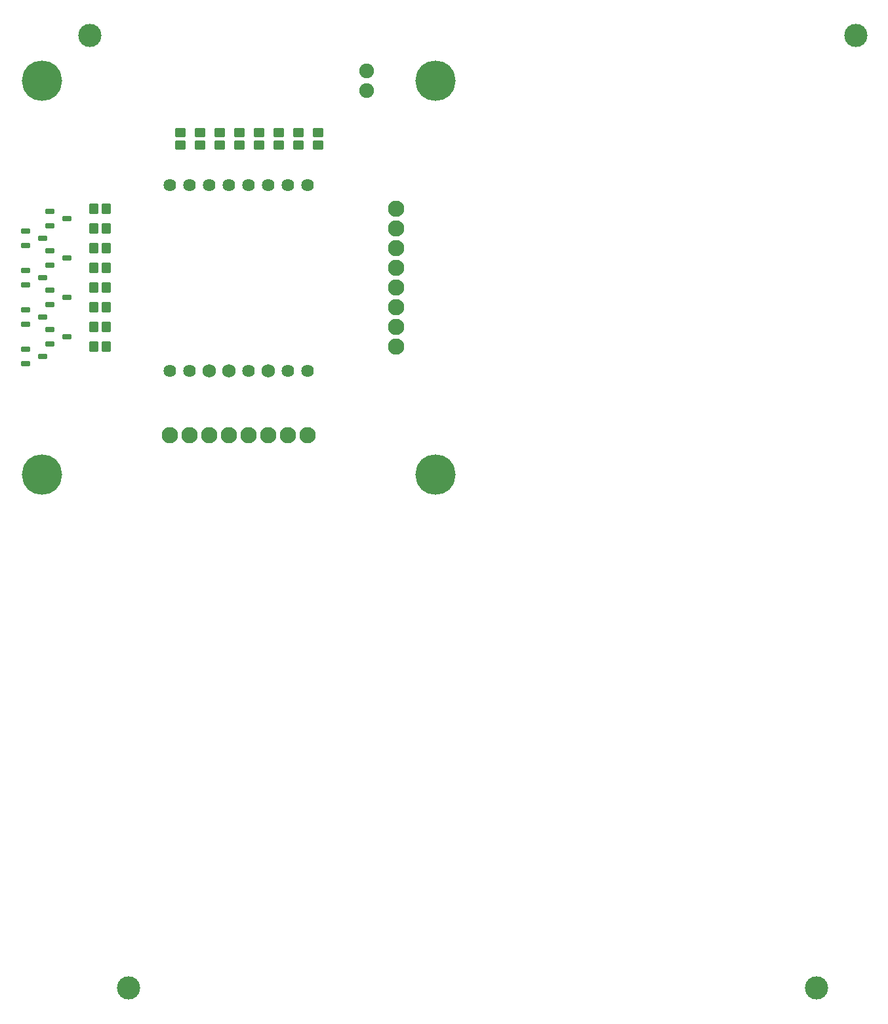
<source format=gts>
G04 Layer: TopSolderMaskLayer*
G04 EasyEDA v6.5.22, 2022-11-24 17:16:00*
G04 6a124e1b7ee84966bd2cac91662d51f7,5a6b42c53f6a479593ecc07194224c93,10*
G04 Gerber Generator version 0.2*
G04 Scale: 100 percent, Rotated: No, Reflected: No *
G04 Dimensions in millimeters *
G04 leading zeros omitted , absolute positions ,4 integer and 5 decimal *
%FSLAX45Y45*%
%MOMM*%

%AMMACRO1*1,1,$1,$2,$3*1,1,$1,$4,$5*1,1,$1,0-$2,0-$3*1,1,$1,0-$4,0-$5*20,1,$1,$2,$3,$4,$5,0*20,1,$1,$4,$5,0-$2,0-$3,0*20,1,$1,0-$2,0-$3,0-$4,0-$5,0*20,1,$1,0-$4,0-$5,$2,$3,0*4,1,4,$2,$3,$4,$5,0-$2,0-$3,0-$4,0-$5,$2,$3,0*%
%ADD10MACRO1,0.1016X-0.5188X0.266X-0.5188X-0.266*%
%ADD11MACRO1,0.2032X-0.55X-0.5X-0.55X0.5*%
%ADD12MACRO1,0.2032X0.5X-0.55X-0.5X-0.55*%
%ADD13C,5.2032*%
%ADD14C,2.1016*%
%ADD15C,1.6256*%
%ADD16C,1.7272*%
%ADD17C,1.9016*%
%ADD18C,3.0000*%

%LPD*%
D10*
G01*
X389525Y2413000D03*
G01*
X169274Y2507999D03*
G01*
X169274Y2318000D03*
G01*
X707025Y2667000D03*
G01*
X486774Y2761999D03*
G01*
X486774Y2572000D03*
G01*
X389525Y2921000D03*
G01*
X169274Y3015999D03*
G01*
X169274Y2826000D03*
D11*
G01*
X2927604Y4791707D03*
G01*
X2927604Y4631707D03*
G01*
X2673604Y4791707D03*
G01*
X2673604Y4631707D03*
D10*
G01*
X707025Y3175000D03*
G01*
X486774Y3269999D03*
G01*
X486774Y3080000D03*
D11*
G01*
X2165604Y4791707D03*
G01*
X2165604Y4631707D03*
G01*
X2419604Y4791707D03*
G01*
X2419604Y4631707D03*
D10*
G01*
X707025Y3683000D03*
G01*
X486774Y3777999D03*
G01*
X486774Y3588000D03*
G01*
X389525Y3429000D03*
G01*
X169274Y3523999D03*
G01*
X169274Y3334000D03*
D12*
G01*
X1050292Y3810000D03*
G01*
X1210292Y3810000D03*
G01*
X1050292Y3556000D03*
G01*
X1210292Y3556000D03*
G01*
X1050292Y3302000D03*
G01*
X1210292Y3302000D03*
G01*
X1050292Y3048000D03*
G01*
X1210292Y3048000D03*
G01*
X1050292Y2794000D03*
G01*
X1210292Y2794000D03*
G01*
X1050292Y2540000D03*
G01*
X1210292Y2540000D03*
G01*
X1050292Y2286000D03*
G01*
X1210292Y2286000D03*
G01*
X1050292Y2032000D03*
G01*
X1210292Y2032000D03*
D11*
G01*
X3435604Y4791707D03*
G01*
X3435604Y4631707D03*
G01*
X3181604Y4791707D03*
G01*
X3181604Y4631707D03*
D10*
G01*
X707025Y2159000D03*
G01*
X486774Y2253999D03*
G01*
X486774Y2064000D03*
D11*
G01*
X3689604Y4791707D03*
G01*
X3689604Y4631707D03*
G01*
X3943604Y4791707D03*
G01*
X3943604Y4631707D03*
D10*
G01*
X389525Y1905000D03*
G01*
X169274Y1999999D03*
G01*
X169274Y1810000D03*
D13*
G01*
X381000Y5461000D03*
G01*
X5461000Y5461000D03*
G01*
X5461000Y381000D03*
G01*
X381000Y381000D03*
D14*
G01*
X2032000Y889000D03*
G01*
X2286000Y889000D03*
G01*
X2540000Y889000D03*
G01*
X2794000Y889000D03*
G01*
X3048000Y889000D03*
G01*
X3302000Y889000D03*
G01*
X3556000Y889000D03*
G01*
X3810000Y889000D03*
G01*
X4956581Y3807205D03*
G01*
X4956581Y3553205D03*
G01*
X4956581Y3299205D03*
G01*
X4956581Y3045205D03*
G01*
X4956581Y2791205D03*
G01*
X4956581Y2537205D03*
G01*
X4956581Y2283205D03*
G01*
X4956581Y2029205D03*
D15*
G01*
X2286000Y1714804D03*
G01*
X2032000Y1714804D03*
D16*
G01*
X2540000Y1714804D03*
G01*
X2794000Y1714804D03*
D15*
G01*
X3048000Y1714804D03*
D16*
G01*
X3302000Y1714804D03*
D15*
G01*
X3556000Y1714804D03*
G01*
X3810000Y1714804D03*
G01*
X3810000Y4114800D03*
G01*
X3556000Y4114800D03*
G01*
X3302000Y4114800D03*
G01*
X3048000Y4114800D03*
G01*
X2794000Y4114800D03*
G01*
X2540000Y4114800D03*
G01*
X2032000Y4114800D03*
G01*
X2286000Y4114800D03*
D17*
G01*
X4572000Y5334000D03*
G01*
X4572000Y5588000D03*
D18*
G01*
X999997Y6041999D03*
G01*
X10884001Y6041999D03*
G01*
X1499996Y-6241999D03*
G01*
X10384002Y-6241999D03*
M02*

</source>
